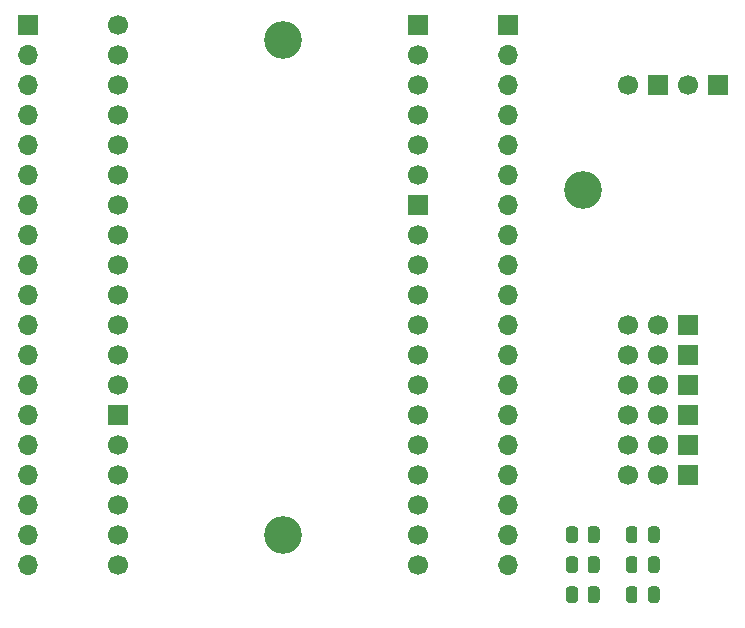
<source format=gbr>
%TF.GenerationSoftware,KiCad,Pcbnew,5.1.10-88a1d61d58~90~ubuntu20.04.1*%
%TF.CreationDate,2021-09-14T21:11:22+00:00*%
%TF.ProjectId,WifiServoBridge,57696669-5365-4727-966f-427269646765,rev?*%
%TF.SameCoordinates,Original*%
%TF.FileFunction,Soldermask,Top*%
%TF.FilePolarity,Negative*%
%FSLAX46Y46*%
G04 Gerber Fmt 4.6, Leading zero omitted, Abs format (unit mm)*
G04 Created by KiCad (PCBNEW 5.1.10-88a1d61d58~90~ubuntu20.04.1) date 2021-09-14 21:11:22*
%MOMM*%
%LPD*%
G01*
G04 APERTURE LIST*
%ADD10C,3.200000*%
%ADD11O,1.700000X1.700000*%
%ADD12R,1.700000X1.700000*%
%ADD13C,1.700000*%
G04 APERTURE END LIST*
D10*
%TO.C,REF\u002A\u002A*%
X398780000Y115570000D03*
%TD*%
%TO.C,REF\u002A\u002A*%
X373380000Y86360000D03*
%TD*%
%TO.C,REF\u002A\u002A*%
X373380000Y128270000D03*
%TD*%
D11*
%TO.C,J4*%
X392430000Y83820000D03*
X392430000Y86360000D03*
X392430000Y88900000D03*
X392430000Y91440000D03*
X392430000Y93980000D03*
X392430000Y96520000D03*
X392430000Y99060000D03*
X392430000Y101600000D03*
X392430000Y104140000D03*
X392430000Y106680000D03*
X392430000Y109220000D03*
X392430000Y111760000D03*
X392430000Y114300000D03*
X392430000Y116840000D03*
X392430000Y119380000D03*
X392430000Y121920000D03*
X392430000Y124460000D03*
X392430000Y127000000D03*
D12*
X392430000Y129540000D03*
%TD*%
D11*
%TO.C,J3*%
X351790000Y83820000D03*
X351790000Y86360000D03*
X351790000Y88900000D03*
X351790000Y91440000D03*
X351790000Y93980000D03*
X351790000Y96520000D03*
X351790000Y99060000D03*
X351790000Y101600000D03*
X351790000Y104140000D03*
X351790000Y106680000D03*
X351790000Y109220000D03*
X351790000Y111760000D03*
X351790000Y114300000D03*
X351790000Y116840000D03*
X351790000Y119380000D03*
X351790000Y121920000D03*
X351790000Y124460000D03*
X351790000Y127000000D03*
D12*
X351790000Y129540000D03*
%TD*%
%TO.C,J1*%
X410210000Y124460000D03*
D13*
X407670000Y124460000D03*
%TD*%
%TO.C,J2*%
X402590000Y124460000D03*
D12*
X405130000Y124460000D03*
%TD*%
D13*
%TO.C,J5*%
X402590000Y104140000D03*
X405130000Y104140000D03*
D12*
X407670000Y104140000D03*
%TD*%
%TO.C,J6*%
X407670000Y101600000D03*
D13*
X405130000Y101600000D03*
X402590000Y101600000D03*
%TD*%
%TO.C,J7*%
X402590000Y99060000D03*
X405130000Y99060000D03*
D12*
X407670000Y99060000D03*
%TD*%
%TO.C,J8*%
X407670000Y96520000D03*
D13*
X405130000Y96520000D03*
X402590000Y96520000D03*
%TD*%
%TO.C,J9*%
X402590000Y93980000D03*
X405130000Y93980000D03*
D12*
X407670000Y93980000D03*
%TD*%
%TO.C,J10*%
X407670000Y91440000D03*
D13*
X405130000Y91440000D03*
X402590000Y91440000D03*
%TD*%
%TO.C,U1*%
X359410000Y129540000D03*
X359410000Y127000000D03*
X359410000Y124460000D03*
X359410000Y121920000D03*
X359410000Y119380000D03*
X359410000Y116840000D03*
X359410000Y114300000D03*
X359410000Y111760000D03*
X359410000Y109220000D03*
X359410000Y106680000D03*
X359410000Y104140000D03*
X359410000Y101600000D03*
X359410000Y99060000D03*
D12*
X359410000Y96520000D03*
D13*
X359410000Y93980000D03*
X359410000Y91440000D03*
X359410000Y88900000D03*
X359410000Y86360000D03*
X359410000Y83820000D03*
D12*
X384810000Y129540000D03*
D13*
X384810000Y127000000D03*
X384810000Y124460000D03*
X384810000Y121920000D03*
X384810000Y119380000D03*
X384810000Y116840000D03*
D12*
X384810000Y114300000D03*
D13*
X384810000Y111760000D03*
X384810000Y109220000D03*
X384810000Y106680000D03*
X384810000Y104140000D03*
X384810000Y101600000D03*
X384810000Y99060000D03*
X384810000Y96520000D03*
X384810000Y93980000D03*
X384810000Y91440000D03*
X384810000Y88900000D03*
X384810000Y86360000D03*
X384810000Y83820000D03*
%TD*%
%TO.C,D2*%
G36*
G01*
X405285000Y84276250D02*
X405285000Y83363750D01*
G75*
G02*
X405041250Y83120000I-243750J0D01*
G01*
X404553750Y83120000D01*
G75*
G02*
X404310000Y83363750I0J243750D01*
G01*
X404310000Y84276250D01*
G75*
G02*
X404553750Y84520000I243750J0D01*
G01*
X405041250Y84520000D01*
G75*
G02*
X405285000Y84276250I0J-243750D01*
G01*
G37*
G36*
G01*
X403410000Y84276250D02*
X403410000Y83363750D01*
G75*
G02*
X403166250Y83120000I-243750J0D01*
G01*
X402678750Y83120000D01*
G75*
G02*
X402435000Y83363750I0J243750D01*
G01*
X402435000Y84276250D01*
G75*
G02*
X402678750Y84520000I243750J0D01*
G01*
X403166250Y84520000D01*
G75*
G02*
X403410000Y84276250I0J-243750D01*
G01*
G37*
%TD*%
%TO.C,D3*%
G36*
G01*
X403410000Y81736250D02*
X403410000Y80823750D01*
G75*
G02*
X403166250Y80580000I-243750J0D01*
G01*
X402678750Y80580000D01*
G75*
G02*
X402435000Y80823750I0J243750D01*
G01*
X402435000Y81736250D01*
G75*
G02*
X402678750Y81980000I243750J0D01*
G01*
X403166250Y81980000D01*
G75*
G02*
X403410000Y81736250I0J-243750D01*
G01*
G37*
G36*
G01*
X405285000Y81736250D02*
X405285000Y80823750D01*
G75*
G02*
X405041250Y80580000I-243750J0D01*
G01*
X404553750Y80580000D01*
G75*
G02*
X404310000Y80823750I0J243750D01*
G01*
X404310000Y81736250D01*
G75*
G02*
X404553750Y81980000I243750J0D01*
G01*
X405041250Y81980000D01*
G75*
G02*
X405285000Y81736250I0J-243750D01*
G01*
G37*
%TD*%
%TO.C,R2*%
G36*
G01*
X400205000Y84270002D02*
X400205000Y83369998D01*
G75*
G02*
X399955002Y83120000I-249998J0D01*
G01*
X399429998Y83120000D01*
G75*
G02*
X399180000Y83369998I0J249998D01*
G01*
X399180000Y84270002D01*
G75*
G02*
X399429998Y84520000I249998J0D01*
G01*
X399955002Y84520000D01*
G75*
G02*
X400205000Y84270002I0J-249998D01*
G01*
G37*
G36*
G01*
X398380000Y84270002D02*
X398380000Y83369998D01*
G75*
G02*
X398130002Y83120000I-249998J0D01*
G01*
X397604998Y83120000D01*
G75*
G02*
X397355000Y83369998I0J249998D01*
G01*
X397355000Y84270002D01*
G75*
G02*
X397604998Y84520000I249998J0D01*
G01*
X398130002Y84520000D01*
G75*
G02*
X398380000Y84270002I0J-249998D01*
G01*
G37*
%TD*%
%TO.C,R3*%
G36*
G01*
X398380000Y81730002D02*
X398380000Y80829998D01*
G75*
G02*
X398130002Y80580000I-249998J0D01*
G01*
X397604998Y80580000D01*
G75*
G02*
X397355000Y80829998I0J249998D01*
G01*
X397355000Y81730002D01*
G75*
G02*
X397604998Y81980000I249998J0D01*
G01*
X398130002Y81980000D01*
G75*
G02*
X398380000Y81730002I0J-249998D01*
G01*
G37*
G36*
G01*
X400205000Y81730002D02*
X400205000Y80829998D01*
G75*
G02*
X399955002Y80580000I-249998J0D01*
G01*
X399429998Y80580000D01*
G75*
G02*
X399180000Y80829998I0J249998D01*
G01*
X399180000Y81730002D01*
G75*
G02*
X399429998Y81980000I249998J0D01*
G01*
X399955002Y81980000D01*
G75*
G02*
X400205000Y81730002I0J-249998D01*
G01*
G37*
%TD*%
%TO.C,D1*%
G36*
G01*
X405285000Y86816250D02*
X405285000Y85903750D01*
G75*
G02*
X405041250Y85660000I-243750J0D01*
G01*
X404553750Y85660000D01*
G75*
G02*
X404310000Y85903750I0J243750D01*
G01*
X404310000Y86816250D01*
G75*
G02*
X404553750Y87060000I243750J0D01*
G01*
X405041250Y87060000D01*
G75*
G02*
X405285000Y86816250I0J-243750D01*
G01*
G37*
G36*
G01*
X403410000Y86816250D02*
X403410000Y85903750D01*
G75*
G02*
X403166250Y85660000I-243750J0D01*
G01*
X402678750Y85660000D01*
G75*
G02*
X402435000Y85903750I0J243750D01*
G01*
X402435000Y86816250D01*
G75*
G02*
X402678750Y87060000I243750J0D01*
G01*
X403166250Y87060000D01*
G75*
G02*
X403410000Y86816250I0J-243750D01*
G01*
G37*
%TD*%
%TO.C,R1*%
G36*
G01*
X400205000Y86810001D02*
X400205000Y85909999D01*
G75*
G02*
X399955001Y85660000I-249999J0D01*
G01*
X399429999Y85660000D01*
G75*
G02*
X399180000Y85909999I0J249999D01*
G01*
X399180000Y86810001D01*
G75*
G02*
X399429999Y87060000I249999J0D01*
G01*
X399955001Y87060000D01*
G75*
G02*
X400205000Y86810001I0J-249999D01*
G01*
G37*
G36*
G01*
X398380000Y86810001D02*
X398380000Y85909999D01*
G75*
G02*
X398130001Y85660000I-249999J0D01*
G01*
X397604999Y85660000D01*
G75*
G02*
X397355000Y85909999I0J249999D01*
G01*
X397355000Y86810001D01*
G75*
G02*
X397604999Y87060000I249999J0D01*
G01*
X398130001Y87060000D01*
G75*
G02*
X398380000Y86810001I0J-249999D01*
G01*
G37*
%TD*%
M02*

</source>
